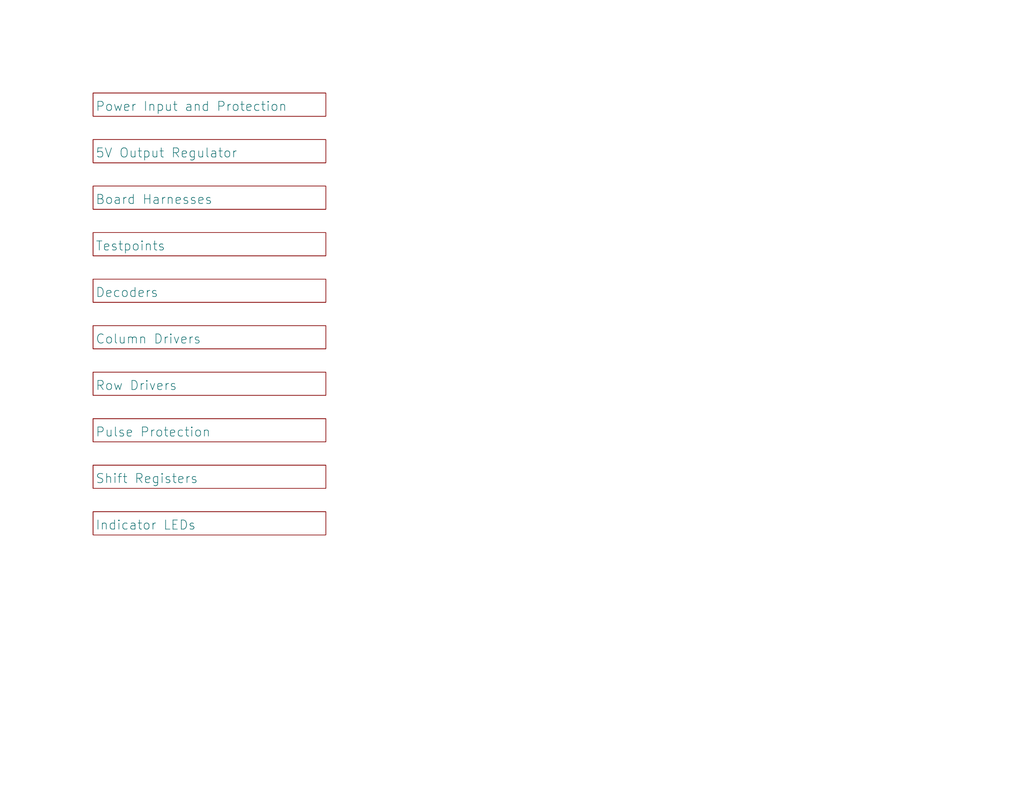
<source format=kicad_sch>
(kicad_sch (version 20211123) (generator eeschema)
  (paper "USLetter")
  (title_block (title "Luminator MAX3000 Custom Driver Board") (date "2023-03-21") (rev "E"))
  (lib_symbols)
  (sheet (at 25.4 76.2) (size 63.5 6.35)
    (property "Sheet name" "Decoders" (at 26.035 81.28 0) (effects (font (size 2.5 2.5)) (justify left bottom)))
    (property "Sheet file" "Decoders.kicad_sch" (effects hide))
  )
  (sheet (at 25.4 88.9) (size 63.5 6.35)
    (property "Sheet name" "Column Drivers" (at 26.035 93.98 0) (effects (font (size 2.5 2.5)) (justify left bottom)))
    (property "Sheet file" "ColumnDriver.kicad_sch" (effects hide))
  )
  (sheet (at 25.4 101.6) (size 63.5 6.35)
    (property "Sheet name" "Row Drivers" (at 26.035 106.68 0) (effects (font (size 2.5 2.5)) (justify left bottom)))
    (property "Sheet file" "RowDriver.kicad_sch" (effects hide))
  )
  (sheet (at 25.4 139.7) (size 63.5 6.35) (stroke (width 0.1524))
    (property "Sheet name" "Indicator LEDs" (at 26.035 144.78 0) (effects (font (size 2.5 2.5)) (justify left bottom)))
    (property "Sheet file" "Indicators.kicad_sch" (effects hide))
  )
  (sheet (at 25.4 38.1) (size 63.5 6.35) (stroke (width 0.1524))
    (property "Sheet name" "5V Output Regulator" (at 26.035 43.18 0) (effects (font (size 2.5 2.5)) (justify left bottom)))
    (property "Sheet file" "5V_Reg.kicad_sch" (effects hide))
  )
  (sheet (at 25.4 63.5) (size 63.5 6.35) (stroke (width 0.1524))
    (property "Sheet name" "Testpoints" (at 26.035 68.58 0) (effects (font (size 2.5 2.5)) (justify left bottom)))
    (property "Sheet file" "Testpoints.kicad_sch" (effects hide))
  )
  (sheet (at 25.4 50.8) (size 63.5 6.35) (stroke (width 0.1524))
    (property "Sheet name" "Board Harnesses" (at 26.035 55.88 0) (effects (font (size 2.5 2.5)) (justify left bottom)))
    (property "Sheet file" "BoardHarnesses.kicad_sch" (effects hide))
  )
  (sheet (at 25.4 114.3) (size 63.5 6.35) (stroke (width 0.1524))
    (property "Sheet name" "Pulse Protection" (at 26.035 119.38 0) (effects (font (size 2.5 2.5)) (justify left bottom)))
    (property "Sheet file" "PulseProtection.kicad_sch" (effects hide))
  )
  (sheet (at 25.4 127) (size 63.5 6.35) (stroke (width 0.1524))
    (property "Sheet name" "Shift Registers" (at 26.035 132.08 0) (effects (font (size 2.5 2.5)) (justify left bottom)))
    (property "Sheet file" "ShiftRegisters.kicad_sch" (effects hide))
  )
  (sheet (at 25.4 25.4) (size 63.5 6.35) (stroke (width 0.1524))
    (property "Sheet name" "Power Input and Protection" (at 26.035 30.48 0) (effects (font (size 2.5 2.5)) (justify left bottom)))
    (property "Sheet file" "PowerInput.kicad_sch" (effects hide))
  )
)
</source>
